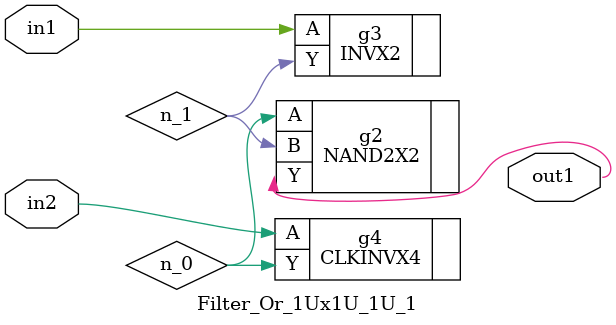
<source format=v>
`timescale 1ps / 1ps


module Filter_Or_1Ux1U_1U_1(in2, in1, out1);
  input in2, in1;
  output out1;
  wire in2, in1;
  wire out1;
  wire n_0, n_1;
  NAND2X2 g2(.A (n_0), .B (n_1), .Y (out1));
  INVX2 g3(.A (in1), .Y (n_1));
  CLKINVX4 g4(.A (in2), .Y (n_0));
endmodule



</source>
